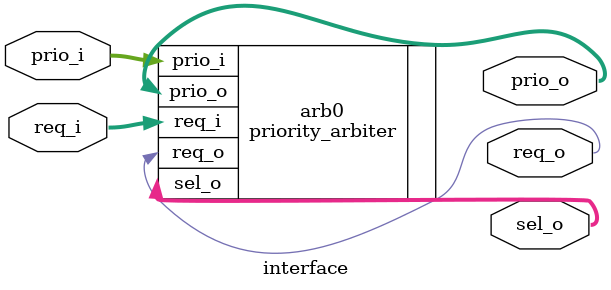
<source format=v>
module interface (
	input wire [7:0] req_i,
	input wire [3*8-1:0] prio_i,
	
	output wire req_o,
	output wire [2:0] sel_o,
	output wire [2:0] prio_o
);

priority_arbiter #(.N(8), .PRIO_BITS(3)) arb0 (
	.req_i(req_i),
	.prio_i(prio_i),
	
	.req_o(req_o),
	.sel_o(sel_o),
	.prio_o(prio_o)
);

endmodule

</source>
